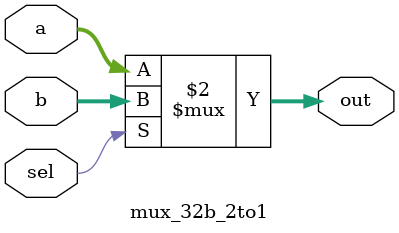
<source format=v>
`timescale 1ns/100ps

module mux_32b_2to1(
    input [31:0] a,
    input [31:0] b,
    input sel,
    output [31:0] out
);
    assign out = (sel == 1'b1) ? b : a;
endmodule
</source>
